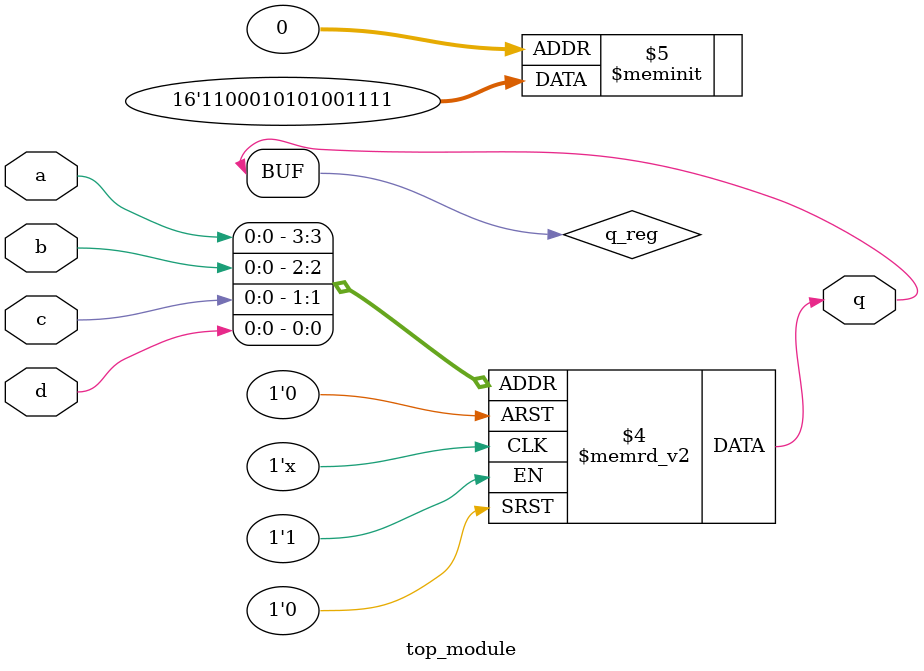
<source format=sv>
module top_module (
    input a,
    input b,
    input c,
    input d,
    output q
);

    reg q_reg;

    always @(*) begin
        case ({a, b, c, d})
            4'b0000: q_reg = 1'b1;
            4'b0001: q_reg = 1'b1;
            4'b0010: q_reg = 1'b1;
            4'b0011: q_reg = 1'b1;
            4'b0100: q_reg = 1'b0;
            4'b0101: q_reg = 1'b0;
            4'b0110: q_reg = 1'b1;
            4'b0111: q_reg = 1'b0;
            4'b1000: q_reg = 1'b1;
            4'b1001: q_reg = 1'b0;
            4'b1010: q_reg = 1'b1;
            4'b1011: q_reg = 1'b0;
            4'b1100: q_reg = 1'b0;
            4'b1101: q_reg = 1'b0;
            4'b1110: q_reg = 1'b1;
            4'b1111: q_reg = 1'b1;
        endcase
    end

    assign q = q_reg;

endmodule

</source>
